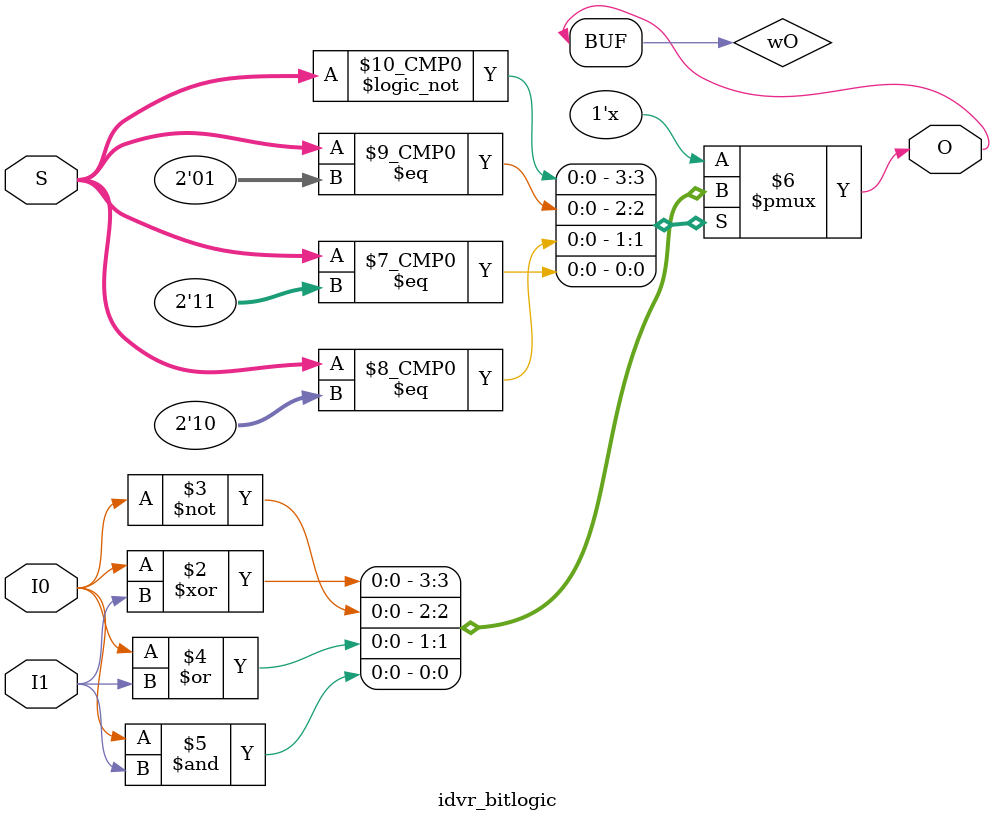
<source format=v>

`ifndef FFD
`define FFD 1
`endif

module idvr_bitlogic #(
    parameter W=1
) (
    input  [W-1:0] I0,
    input  [W-1:0] I1,
    output [W-1:0] O,
    input  [1:0]   S
);

    /*///
    The bit logic module is for logical operations that perform bitwise AND, OR, XOR
    and NOT on I0,I1 and place the result in O. Operation NOT does not use I1
    
    Definition on control S:
    
    0b00 : XOR
    0b01 : NOT
    0b10 : OR
    0b11 : AND
    *////
    reg [W-1:0] wO;
    always @(*) begin : switch
        case (S) // synopsys parallel_case
            2'b00 : wO = I0 ^ I1;
            2'b01 : wO = ~I0;
            2'b10 : wO = I0 | I1;
            2'b11 : wO = I0 & I1;
        endcase
    end
    assign O = wO;
    

endmodule


</source>
